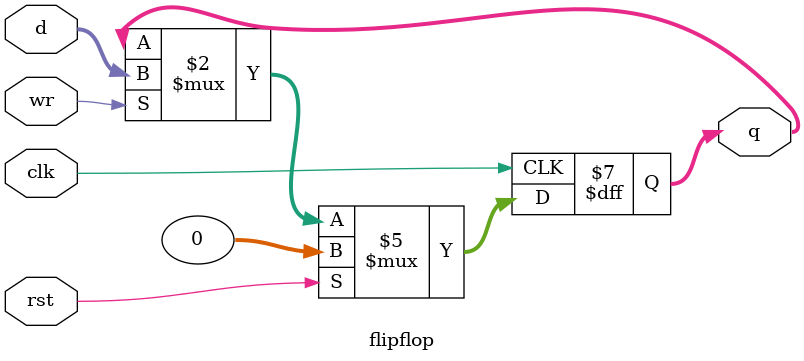
<source format=v>
`include "global_def.v"

module flipflop #(
  parameter WIDTH = 32
) ( 
   input         clk,
   input         rst,
   input         wr,
   input   [WIDTH-1:0]  d,
   output reg [WIDTH-1:0]  q
);
   
   always @(posedge clk) begin
      if (rst) begin
        q<=0;
      end else if (wr) begin
        q<=d;
      end
   end // end always
   
endmodule



</source>
